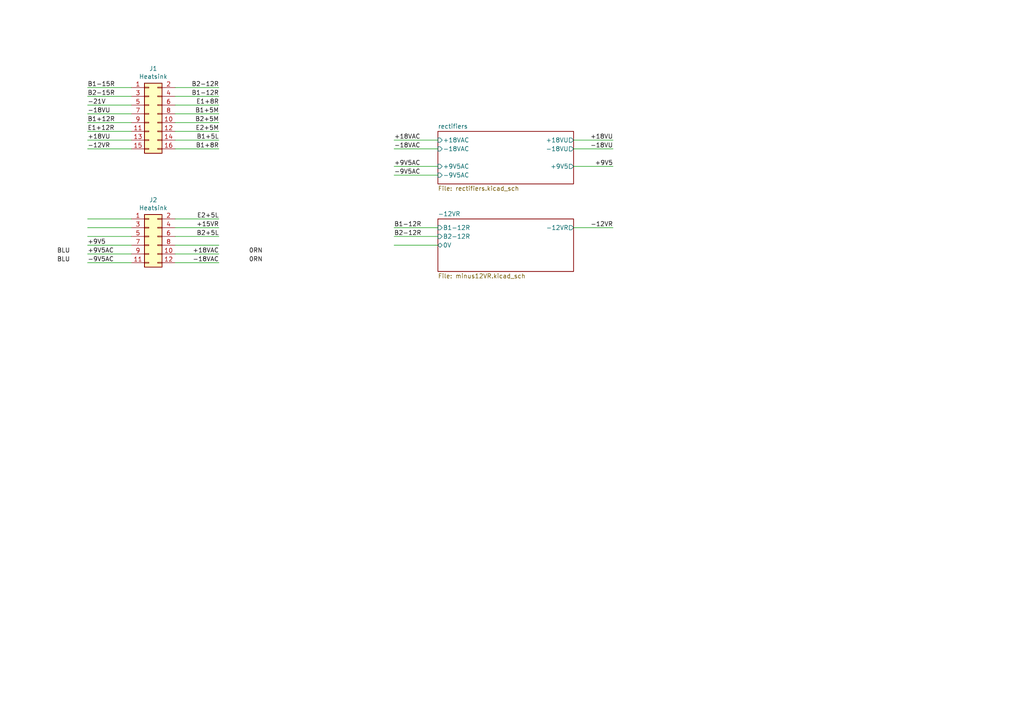
<source format=kicad_sch>
(kicad_sch (version 20231120) (generator "eeschema") (generator_version "8.0")
  (paper "A4")
  (lib_symbols
    (symbol "Connector_Generic:Conn_02x06_Odd_Even" (pin_names (offset 1.016) hide)
      (property "Reference" "J" (at 1.27 7.62 0))
      (property "Value" "Conn_02x06_Odd_Even" (at 1.27 -10.16 0))
      (symbol "Conn_02x06_Odd_Even_1_1"
        (rectangle (start -1.27 -7.493) (end 0 -7.747) (stroke (width 0.1524)))
        (rectangle (start -1.27 -4.953) (end 0 -5.207) (stroke (width 0.1524)))
        (rectangle (start -1.27 -2.413) (end 0 -2.667) (stroke (width 0.1524)))
        (rectangle (start -1.27 0.127) (end 0 -0.127) (stroke (width 0.1524)))
        (rectangle (start -1.27 2.667) (end 0 2.413) (stroke (width 0.1524)))
        (rectangle (start -1.27 5.207) (end 0 4.953) (stroke (width 0.1524)))
        (rectangle (start -1.27 6.35) (end 3.81 -8.89) (stroke (width 0.254)) (fill (type background)))
        (rectangle (start 3.81 -7.493) (end 2.54 -7.747) (stroke (width 0.1524)))
        (rectangle (start 3.81 -4.953) (end 2.54 -5.207) (stroke (width 0.1524)))
        (rectangle (start 3.81 -2.413) (end 2.54 -2.667) (stroke (width 0.1524)))
        (rectangle (start 3.81 0.127) (end 2.54 -0.127) (stroke (width 0.1524)))
        (rectangle (start 3.81 2.667) (end 2.54 2.413) (stroke (width 0.1524)))
        (rectangle (start 3.81 5.207) (end 2.54 4.953) (stroke (width 0.1524)))
        (pin passive line (at -5.08 5.08 0) (length 3.81) (name "Pin_1") (number "1"))
        (pin passive line (at 7.62 -5.08 180) (length 3.81) (name "Pin_10") (number "10"))
        (pin passive line (at -5.08 -7.62 0) (length 3.81) (name "Pin_11") (number "11"))
        (pin passive line (at 7.62 -7.62 180) (length 3.81) (name "Pin_12") (number "12"))
        (pin passive line (at 7.62 5.08 180) (length 3.81) (name "Pin_2") (number "2"))
        (pin passive line (at -5.08 2.54 0) (length 3.81) (name "Pin_3") (number "3"))
        (pin passive line (at 7.62 2.54 180) (length 3.81) (name "Pin_4") (number "4"))
        (pin passive line (at -5.08 0 0) (length 3.81) (name "Pin_5") (number "5"))
        (pin passive line (at 7.62 0 180) (length 3.81) (name "Pin_6") (number "6"))
        (pin passive line (at -5.08 -2.54 0) (length 3.81) (name "Pin_7") (number "7"))
        (pin passive line (at 7.62 -2.54 180) (length 3.81) (name "Pin_8") (number "8"))
        (pin passive line (at -5.08 -5.08 0) (length 3.81) (name "Pin_9") (number "9"))
      )
    )
    (symbol "Connector_Generic:Conn_02x08_Odd_Even" (pin_names (offset 1.016) hide)
      (property "Reference" "J" (at 1.27 10.16 0))
      (property "Value" "Conn_02x08_Odd_Even" (at 1.27 -12.7 0))
      (symbol "Conn_02x08_Odd_Even_1_1"
        (rectangle (start -1.27 -10.033) (end 0 -10.287) (stroke (width 0.1524)))
        (rectangle (start -1.27 -7.493) (end 0 -7.747) (stroke (width 0.1524)))
        (rectangle (start -1.27 -4.953) (end 0 -5.207) (stroke (width 0.1524)))
        (rectangle (start -1.27 -2.413) (end 0 -2.667) (stroke (width 0.1524)))
        (rectangle (start -1.27 0.127) (end 0 -0.127) (stroke (width 0.1524)))
        (rectangle (start -1.27 2.667) (end 0 2.413) (stroke (width 0.1524)))
        (rectangle (start -1.27 5.207) (end 0 4.953) (stroke (width 0.1524)))
        (rectangle (start -1.27 7.747) (end 0 7.493) (stroke (width 0.1524)))
        (rectangle (start -1.27 8.89) (end 3.81 -11.43) (stroke (width 0.254)) (fill (type background)))
        (rectangle (start 3.81 -10.033) (end 2.54 -10.287) (stroke (width 0.1524)))
        (rectangle (start 3.81 -7.493) (end 2.54 -7.747) (stroke (width 0.1524)))
        (rectangle (start 3.81 -4.953) (end 2.54 -5.207) (stroke (width 0.1524)))
        (rectangle (start 3.81 -2.413) (end 2.54 -2.667) (stroke (width 0.1524)))
        (rectangle (start 3.81 0.127) (end 2.54 -0.127) (stroke (width 0.1524)))
        (rectangle (start 3.81 2.667) (end 2.54 2.413) (stroke (width 0.1524)))
        (rectangle (start 3.81 5.207) (end 2.54 4.953) (stroke (width 0.1524)))
        (rectangle (start 3.81 7.747) (end 2.54 7.493) (stroke (width 0.1524)))
        (pin passive line (at -5.08 7.62 0) (length 3.81) (name "Pin_1") (number "1"))
        (pin passive line (at 7.62 -2.54 180) (length 3.81) (name "Pin_10") (number "10"))
        (pin passive line (at -5.08 -5.08 0) (length 3.81) (name "Pin_11") (number "11"))
        (pin passive line (at 7.62 -5.08 180) (length 3.81) (name "Pin_12") (number "12"))
        (pin passive line (at -5.08 -7.62 0) (length 3.81) (name "Pin_13") (number "13"))
        (pin passive line (at 7.62 -7.62 180) (length 3.81) (name "Pin_14") (number "14"))
        (pin passive line (at -5.08 -10.16 0) (length 3.81) (name "Pin_15") (number "15"))
        (pin passive line (at 7.62 -10.16 180) (length 3.81) (name "Pin_16") (number "16"))
        (pin passive line (at 7.62 7.62 180) (length 3.81) (name "Pin_2") (number "2"))
        (pin passive line (at -5.08 5.08 0) (length 3.81) (name "Pin_3") (number "3"))
        (pin passive line (at 7.62 5.08 180) (length 3.81) (name "Pin_4") (number "4"))
        (pin passive line (at -5.08 2.54 0) (length 3.81) (name "Pin_5") (number "5"))
        (pin passive line (at 7.62 2.54 180) (length 3.81) (name "Pin_6") (number "6"))
        (pin passive line (at -5.08 0 0) (length 3.81) (name "Pin_7") (number "7"))
        (pin passive line (at 7.62 0 180) (length 3.81) (name "Pin_8") (number "8"))
        (pin passive line (at -5.08 -2.54 0) (length 3.81) (name "Pin_9") (number "9"))
      )
    )
  )
  (wire (pts (xy 25.4 71.12) (xy 38.1 71.12)))
  (wire (pts (xy 25.4 33.02) (xy 38.1 33.02)))
  (wire (pts (xy 63.5 25.4) (xy 50.8 25.4)))
  (wire (pts (xy 25.4 40.64) (xy 38.1 40.64)))
  (wire (pts (xy 25.4 35.56) (xy 38.1 35.56)))
  (wire (pts (xy 63.5 30.48) (xy 50.8 30.48)))
  (wire (pts (xy 166.37 48.26) (xy 177.8 48.26)))
  (wire (pts (xy 25.4 43.18) (xy 38.1 43.18)))
  (wire (pts (xy 63.5 73.66) (xy 50.8 73.66)))
  (wire (pts (xy 63.5 27.94) (xy 50.8 27.94)))
  (wire (pts (xy 25.4 38.1) (xy 38.1 38.1)))
  (wire (pts (xy 166.37 66.04) (xy 177.8 66.04)))
  (wire (pts (xy 166.37 43.18) (xy 177.8 43.18)))
  (wire (pts (xy 114.3 48.26) (xy 127 48.26)))
  (wire (pts (xy 114.3 40.64) (xy 127 40.64)))
  (wire (pts (xy 25.4 68.58) (xy 38.1 68.58)))
  (wire (pts (xy 166.37 40.64) (xy 177.8 40.64)))
  (wire (pts (xy 63.5 35.56) (xy 50.8 35.56)))
  (wire (pts (xy 114.3 66.04) (xy 127 66.04)))
  (wire (pts (xy 25.4 27.94) (xy 38.1 27.94)))
  (wire (pts (xy 63.5 40.64) (xy 50.8 40.64)))
  (wire (pts (xy 25.4 66.04) (xy 38.1 66.04)))
  (wire (pts (xy 63.5 71.12) (xy 50.8 71.12)))
  (wire (pts (xy 25.4 30.48) (xy 38.1 30.48)))
  (wire (pts (xy 25.4 25.4) (xy 38.1 25.4)))
  (wire (pts (xy 63.5 76.2) (xy 50.8 76.2)))
  (wire (pts (xy 114.3 43.18) (xy 127 43.18)))
  (wire (pts (xy 114.3 71.12) (xy 127 71.12)))
  (wire (pts (xy 25.4 63.5) (xy 38.1 63.5)))
  (wire (pts (xy 63.5 43.18) (xy 50.8 43.18)))
  (wire (pts (xy 25.4 76.2) (xy 38.1 76.2)))
  (wire (pts (xy 63.5 38.1) (xy 50.8 38.1)))
  (wire (pts (xy 63.5 66.04) (xy 50.8 66.04)))
  (wire (pts (xy 63.5 68.58) (xy 50.8 68.58)))
  (wire (pts (xy 114.3 68.58) (xy 127 68.58)))
  (wire (pts (xy 114.3 50.8) (xy 127 50.8)))
  (wire (pts (xy 63.5 63.5) (xy 50.8 63.5)))
  (wire (pts (xy 25.4 73.66) (xy 38.1 73.66)))
  (wire (pts (xy 63.5 33.02) (xy 50.8 33.02)))
  (label "+9V5AC" (at 25.4 73.66 0))
  (label "-18VAC" (at 114.3 43.18 0))
  (label "-9V5AC" (at 25.4 76.2 0))
  (label "+9V5" (at 177.8 48.26 180))
  (label "+18VU" (at 177.8 40.64 180))
  (label "+18VU" (at 25.4 40.64 0))
  (label "-9V5AC" (at 114.3 50.8 0))
  (label "BLU" (at 16.51 73.66 0))
  (label "B1-12R" (at 114.3 66.04 0))
  (label "B1+5L" (at 63.5 40.64 180))
  (label "0RN" (at 76.2 76.2 180))
  (label "E1+12R" (at 25.4 38.1 0))
  (label "B1+8R" (at 63.5 43.18 180))
  (label "B1+12R" (at 25.4 35.56 0))
  (label "-12VR" (at 25.4 43.18 0))
  (label "+9V5" (at 25.4 71.12 0))
  (label "E2+5M" (at 63.5 38.1 180))
  (label "-18VU" (at 177.8 43.18 180))
  (label "-18VAC" (at 63.5 76.2 180))
  (label "0RN" (at 76.2 73.66 180))
  (label "+15VR" (at 63.5 66.04 180))
  (label "BLU" (at 16.51 76.2 0))
  (label "+18VAC" (at 63.5 73.66 180))
  (label "E2+5L" (at 63.5 63.5 180))
  (label "B2-12R" (at 63.5 25.4 180))
  (label "B1-12R" (at 63.5 27.94 180))
  (label "E1+8R" (at 63.5 30.48 180))
  (label "+9V5AC" (at 114.3 48.26 0))
  (label "B1+5M" (at 63.5 33.02 180))
  (label "+18VAC" (at 114.3 40.64 0))
  (label "B2-15R" (at 25.4 27.94 0))
  (label "-18VU" (at 25.4 33.02 0))
  (label "B2+5L" (at 63.5 68.58 180))
  (label "-12VR" (at 177.8 66.04 180))
  (label "B2-12R" (at 114.3 68.58 0))
  (label "B1-15R" (at 25.4 25.4 0))
  (label "-21V" (at 25.4 30.48 0))
  (label "B2+5M" (at 63.5 35.56 180))
  (symbol (lib_id "Connector_Generic:Conn_02x08_Odd_Even") (at 43.18 33.02 0) (unit 1)
    (property "Reference" "J1" (at 44.45 19.8882 0))
    (property "Value" "Heatsink" (at 44.45 22.1996 0))
  )
  (symbol (lib_id "Connector_Generic:Conn_02x06_Odd_Even") (at 43.18 68.58 0) (unit 1)
    (property "Reference" "J2" (at 44.45 57.9882 0))
    (property "Value" "Heatsink" (at 44.45 60.2996 0))
  )
  (sheet (at 127 63.5) (size 39.37 15.24)
    (property "Sheetname" "-12VR" (at 127 62.7884 0) (effects (justify left bottom)))
    (property "Sheetfile" "minus12VR.kicad_sch" (at 127 79.3246 0) (effects (justify left top)))
    (pin "B1-12R" input (at 127 66.04 180))
    (pin "B2-12R" input (at 127 68.58 180))
    (pin "0V" bidirectional (at 127 71.12 180))
    (pin "-12VR" output (at 166.37 66.04 0))
  )
  (sheet (at 127 38.1) (size 39.37 15.24)
    (property "Sheetname" "rectifiers" (at 127 37.3884 0) (effects (justify left bottom)))
    (property "Sheetfile" "rectifiers.kicad_sch" (at 127 53.9246 0) (effects (justify left top)))
    (pin "-18VU" output (at 166.37 43.18 0))
    (pin "+18VU" output (at 166.37 40.64 0))
    (pin "+18VAC" input (at 127 40.64 180))
    (pin "-18VAC" input (at 127 43.18 180))
    (pin "+9V5AC" input (at 127 48.26 180))
    (pin "-9V5AC" input (at 127 50.8 180))
    (pin "+9V5" output (at 166.37 48.26 0))
  )
)
</source>
